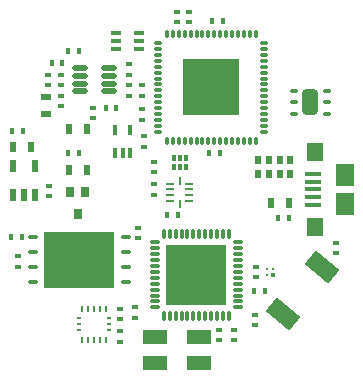
<source format=gtp>
%FSLAX24Y24*%
%MOIN*%
G70*
G01*
G75*
G04 Layer_Color=8421504*
%ADD10C,0.0100*%
%ADD11R,0.2362X0.1890*%
%ADD12O,0.0315X0.0157*%
%ADD13O,0.0276X0.0098*%
%ADD14O,0.0098X0.0276*%
%ADD15R,0.0236X0.0157*%
%ADD16R,0.0197X0.0354*%
%ADD17R,0.0157X0.0236*%
%ADD18R,0.0354X0.0197*%
%ADD19R,0.1850X0.1850*%
%ADD20O,0.0110X0.0315*%
%ADD21O,0.0315X0.0110*%
%ADD22R,0.2028X0.2028*%
%ADD23O,0.0110X0.0335*%
%ADD24O,0.0335X0.0110*%
%ADD25O,0.0532X0.0177*%
%ADD26R,0.0532X0.0157*%
%ADD27R,0.0630X0.0748*%
%ADD28R,0.0551X0.0630*%
%ADD29R,0.0217X0.0394*%
%ADD30R,0.0276X0.0354*%
%ADD31R,0.0138X0.0098*%
%ADD32R,0.0098X0.0187*%
%ADD33R,0.0787X0.0472*%
%ADD34R,0.0142X0.0142*%
%ADD35R,0.0110X0.0110*%
G04:AMPARAMS|DCode=36|XSize=59.1mil|YSize=102.4mil|CornerRadius=0mil|HoleSize=0mil|Usage=FLASHONLY|Rotation=230.000|XOffset=0mil|YOffset=0mil|HoleType=Round|Shape=Rectangle|*
%AMROTATEDRECTD36*
4,1,4,-0.0202,0.0555,0.0582,-0.0103,0.0202,-0.0555,-0.0582,0.0103,-0.0202,0.0555,0.0*
%
%ADD36ROTATEDRECTD36*%

%ADD37R,0.0197X0.0315*%
G04:AMPARAMS|DCode=38|XSize=86.6mil|YSize=51.2mil|CornerRadius=12.8mil|HoleSize=0mil|Usage=FLASHONLY|Rotation=270.000|XOffset=0mil|YOffset=0mil|HoleType=Round|Shape=RoundedRectangle|*
%AMROUNDEDRECTD38*
21,1,0.0866,0.0256,0,0,270.0*
21,1,0.0610,0.0512,0,0,270.0*
1,1,0.0256,-0.0128,-0.0305*
1,1,0.0256,-0.0128,0.0305*
1,1,0.0256,0.0128,0.0305*
1,1,0.0256,0.0128,-0.0305*
%
%ADD38ROUNDEDRECTD38*%
G04:AMPARAMS|DCode=39|XSize=15.7mil|YSize=23.6mil|CornerRadius=3.9mil|HoleSize=0mil|Usage=FLASHONLY|Rotation=270.000|XOffset=0mil|YOffset=0mil|HoleType=Round|Shape=RoundedRectangle|*
%AMROUNDEDRECTD39*
21,1,0.0157,0.0157,0,0,270.0*
21,1,0.0079,0.0236,0,0,270.0*
1,1,0.0079,-0.0079,-0.0039*
1,1,0.0079,-0.0079,0.0039*
1,1,0.0079,0.0079,0.0039*
1,1,0.0079,0.0079,-0.0039*
%
%ADD39ROUNDEDRECTD39*%
%ADD40R,0.0118X0.0209*%
%ADD41R,0.0118X0.0193*%
%ADD42R,0.0157X0.0335*%
%ADD43R,0.0335X0.0157*%
%ADD44C,0.0060*%
%ADD45C,0.0050*%
%ADD46C,0.0120*%
%ADD47C,0.0181*%
%ADD48C,0.0080*%
%ADD49C,0.0150*%
%ADD50C,0.1260*%
%ADD51C,0.0630*%
%ADD52C,0.0197*%
%ADD53C,0.0180*%
%ADD54C,0.0260*%
%ADD55C,0.0220*%
%ADD56C,0.0200*%
%ADD57C,0.0276*%
%ADD58O,0.0098X0.0315*%
%ADD59O,0.0315X0.0098*%
%ADD60R,0.1299X0.1299*%
%ADD61R,0.0236X0.0591*%
%ADD62R,0.0591X0.0236*%
%ADD63R,0.0236X0.0610*%
%ADD64R,0.0472X0.0709*%
%ADD65R,0.0512X0.0217*%
%ADD66C,0.0098*%
%ADD67C,0.0079*%
%ADD68C,0.0039*%
%ADD69C,0.0047*%
G04:AMPARAMS|DCode=70|XSize=43.3mil|YSize=55.1mil|CornerRadius=0mil|HoleSize=0mil|Usage=FLASHONLY|Rotation=230.000|XOffset=0mil|YOffset=0mil|HoleType=Round|Shape=Rectangle|*
%AMROTATEDRECTD70*
4,1,4,-0.0072,0.0343,0.0350,-0.0011,0.0072,-0.0343,-0.0350,0.0011,-0.0072,0.0343,0.0*
%
%ADD70ROTATEDRECTD70*%

D11*
X-3250Y-2350D02*
D03*
D12*
X-1695Y-1600D02*
D03*
Y-2100D02*
D03*
Y-2600D02*
D03*
Y-3100D02*
D03*
X-4805D02*
D03*
Y-2600D02*
D03*
Y-2100D02*
D03*
Y-1600D02*
D03*
D13*
X415Y-395D02*
D03*
Y-198D02*
D03*
Y-2D02*
D03*
Y195D02*
D03*
X-215D02*
D03*
Y-2D02*
D03*
Y-198D02*
D03*
Y-395D02*
D03*
D14*
X100Y294D02*
D03*
Y-494D02*
D03*
D15*
X-4250Y127D02*
D03*
Y-227D02*
D03*
X-750Y177D02*
D03*
Y-177D02*
D03*
X-1150Y2677D02*
D03*
Y2323D02*
D03*
X-3850Y2773D02*
D03*
Y3127D02*
D03*
X5300Y-2127D02*
D03*
Y-1773D02*
D03*
X-2800Y2727D02*
D03*
Y2373D02*
D03*
X-1100Y1777D02*
D03*
Y1423D02*
D03*
X-1600Y3477D02*
D03*
Y3123D02*
D03*
X-3850Y3827D02*
D03*
Y3473D02*
D03*
X-1150Y3477D02*
D03*
Y3123D02*
D03*
X-4300Y3827D02*
D03*
Y3473D02*
D03*
X-5300Y-2223D02*
D03*
Y-2577D02*
D03*
X-1300Y-1273D02*
D03*
Y-1627D02*
D03*
X-1900Y-5077D02*
D03*
Y-4723D02*
D03*
X-1400Y-4277D02*
D03*
Y-3923D02*
D03*
X-1900Y-4327D02*
D03*
Y-3973D02*
D03*
X1400Y-4673D02*
D03*
Y-5027D02*
D03*
X1900D02*
D03*
Y-4673D02*
D03*
X2600Y-4527D02*
D03*
Y-4173D02*
D03*
X2650Y-2927D02*
D03*
Y-2573D02*
D03*
X-750Y927D02*
D03*
Y573D02*
D03*
X0Y5573D02*
D03*
Y5927D02*
D03*
X400Y5573D02*
D03*
Y5927D02*
D03*
X-1600Y4177D02*
D03*
Y3823D02*
D03*
D16*
X-5445Y1400D02*
D03*
X-4855D02*
D03*
X3745Y-450D02*
D03*
X3155D02*
D03*
X-3595Y650D02*
D03*
X-3005D02*
D03*
X-3595Y2000D02*
D03*
X-3005D02*
D03*
D17*
X-2377Y2700D02*
D03*
X-2023D02*
D03*
X-3627Y4600D02*
D03*
X-3273D02*
D03*
X-3823Y4200D02*
D03*
X-4177D02*
D03*
X-5527Y-1600D02*
D03*
X-5173D02*
D03*
X2573Y-3400D02*
D03*
X2927D02*
D03*
X3373Y-950D02*
D03*
X3727D02*
D03*
X1073Y1200D02*
D03*
X1427D02*
D03*
X-327Y-850D02*
D03*
X27D02*
D03*
X-3273Y1200D02*
D03*
X-3627D02*
D03*
X-5141Y1940D02*
D03*
X-5496D02*
D03*
X1527Y5600D02*
D03*
X1173D02*
D03*
D18*
X-4350Y3095D02*
D03*
Y2505D02*
D03*
D19*
X1150Y3400D02*
D03*
D20*
X-326Y5172D02*
D03*
X-130D02*
D03*
X67D02*
D03*
X264D02*
D03*
X461D02*
D03*
X658D02*
D03*
X855D02*
D03*
X1052D02*
D03*
X1248D02*
D03*
X1445D02*
D03*
X1642D02*
D03*
X1839D02*
D03*
X2036D02*
D03*
X2233D02*
D03*
X2430D02*
D03*
X2626D02*
D03*
Y1628D02*
D03*
X2430D02*
D03*
X2233D02*
D03*
X2036D02*
D03*
X1839D02*
D03*
X1642D02*
D03*
X1445D02*
D03*
X1248D02*
D03*
X1052D02*
D03*
X855D02*
D03*
X658D02*
D03*
X461D02*
D03*
X264D02*
D03*
X67D02*
D03*
X-130D02*
D03*
X-326D02*
D03*
D21*
X2922Y4876D02*
D03*
Y4680D02*
D03*
Y4483D02*
D03*
Y4286D02*
D03*
Y4089D02*
D03*
Y3892D02*
D03*
Y3695D02*
D03*
Y3498D02*
D03*
Y3302D02*
D03*
Y3105D02*
D03*
Y2908D02*
D03*
Y2711D02*
D03*
Y2514D02*
D03*
Y2317D02*
D03*
Y2120D02*
D03*
Y1924D02*
D03*
X-622D02*
D03*
Y2120D02*
D03*
Y2317D02*
D03*
Y2514D02*
D03*
Y2711D02*
D03*
Y2908D02*
D03*
Y3105D02*
D03*
Y3302D02*
D03*
Y3498D02*
D03*
Y3695D02*
D03*
Y3892D02*
D03*
Y4089D02*
D03*
Y4286D02*
D03*
Y4483D02*
D03*
Y4680D02*
D03*
Y4876D02*
D03*
D22*
X650Y-2850D02*
D03*
D23*
X1733Y-4228D02*
D03*
X1536D02*
D03*
X1339D02*
D03*
X1142D02*
D03*
X945D02*
D03*
X748D02*
D03*
X552D02*
D03*
X355D02*
D03*
X158D02*
D03*
X-39D02*
D03*
X-236D02*
D03*
X-433D02*
D03*
Y-1472D02*
D03*
X-236D02*
D03*
X-39D02*
D03*
X158D02*
D03*
X355D02*
D03*
X552D02*
D03*
X748D02*
D03*
X945D02*
D03*
X1142D02*
D03*
X1339D02*
D03*
X1536D02*
D03*
X1733D02*
D03*
D24*
X-728Y-3933D02*
D03*
Y-3736D02*
D03*
Y-3539D02*
D03*
Y-3342D02*
D03*
Y-3145D02*
D03*
Y-2948D02*
D03*
Y-2752D02*
D03*
Y-2555D02*
D03*
Y-2358D02*
D03*
Y-2161D02*
D03*
Y-1964D02*
D03*
Y-1767D02*
D03*
X2028D02*
D03*
Y-1964D02*
D03*
Y-2161D02*
D03*
Y-2358D02*
D03*
Y-2555D02*
D03*
Y-2752D02*
D03*
Y-2948D02*
D03*
Y-3145D02*
D03*
Y-3342D02*
D03*
Y-3539D02*
D03*
Y-3736D02*
D03*
Y-3933D02*
D03*
D25*
X-2258Y3266D02*
D03*
Y3522D02*
D03*
Y3778D02*
D03*
Y4034D02*
D03*
X-3242Y3266D02*
D03*
Y3522D02*
D03*
Y3778D02*
D03*
Y4034D02*
D03*
D26*
X4547Y-512D02*
D03*
Y-256D02*
D03*
Y512D02*
D03*
Y256D02*
D03*
Y0D02*
D03*
D27*
X5600Y472D02*
D03*
Y-472D02*
D03*
D28*
X4616Y1260D02*
D03*
Y-1260D02*
D03*
D29*
X-5474Y792D02*
D03*
X-4726D02*
D03*
Y-192D02*
D03*
X-5100D02*
D03*
X-5474D02*
D03*
D30*
X-3300Y-824D02*
D03*
X-3556Y-76D02*
D03*
X-3044D02*
D03*
D31*
X-2248Y-4303D02*
D03*
Y-4500D02*
D03*
Y-4697D02*
D03*
X-3252D02*
D03*
Y-4500D02*
D03*
Y-4303D02*
D03*
D32*
X-2356Y-5017D02*
D03*
X-2553D02*
D03*
X-2750D02*
D03*
X-2947D02*
D03*
X-3144D02*
D03*
Y-3983D02*
D03*
X-2947D02*
D03*
X-2750D02*
D03*
X-2553D02*
D03*
X-2356D02*
D03*
D33*
X728Y-4917D02*
D03*
X-728D02*
D03*
Y-5783D02*
D03*
X728D02*
D03*
D34*
X3200Y-2850D02*
D03*
D35*
Y-2650D02*
D03*
X3000D02*
D03*
Y-2850D02*
D03*
D36*
X4837Y-2593D02*
D03*
X3534Y-4146D02*
D03*
D37*
X3781Y986D02*
D03*
X3427D02*
D03*
X3073D02*
D03*
X2718D02*
D03*
Y514D02*
D03*
X3073D02*
D03*
X3427D02*
D03*
X3781D02*
D03*
D38*
X4450Y2900D02*
D03*
D39*
X5001Y3294D02*
D03*
Y2900D02*
D03*
Y2506D02*
D03*
X3899D02*
D03*
Y2900D02*
D03*
Y3294D02*
D03*
D40*
X297Y1040D02*
D03*
D41*
X100Y1048D02*
D03*
X-97D02*
D03*
Y752D02*
D03*
X100D02*
D03*
X297D02*
D03*
D42*
X-2056Y1226D02*
D03*
X-1800D02*
D03*
X-1544D02*
D03*
Y1974D02*
D03*
X-2056D02*
D03*
D43*
X-2024Y4950D02*
D03*
X-1276Y4694D02*
D03*
Y4950D02*
D03*
Y5206D02*
D03*
X-2024D02*
D03*
Y4694D02*
D03*
M02*

</source>
